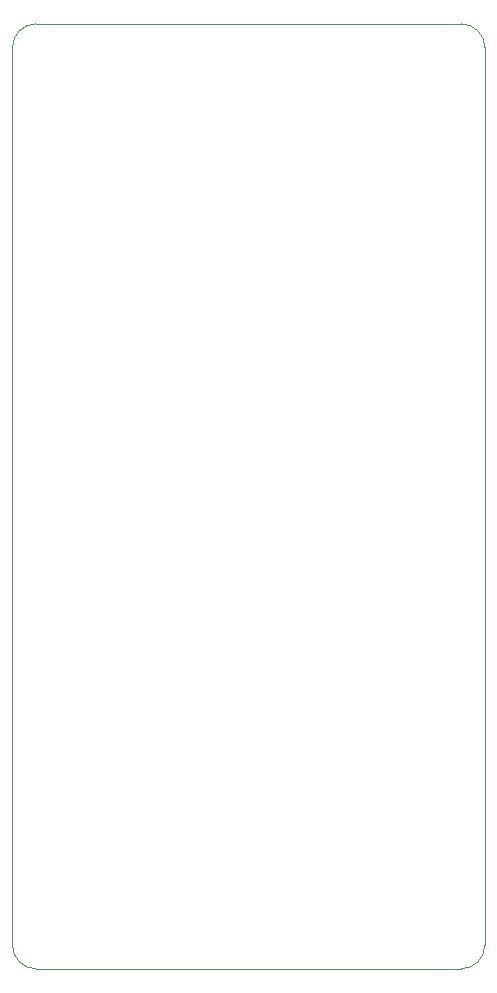
<source format=gbr>
%TF.GenerationSoftware,KiCad,Pcbnew,9.99.0-86-g03af293683*%
%TF.CreationDate,2025-02-25T09:18:43+01:00*%
%TF.ProjectId,RemBrake,52656d42-7261-46b6-952e-6b696361645f,2.0*%
%TF.SameCoordinates,PX7270e00PY8583b00*%
%TF.FileFunction,Profile,NP*%
%FSLAX46Y46*%
G04 Gerber Fmt 4.6, Leading zero omitted, Abs format (unit mm)*
G04 Created by KiCad (PCBNEW 9.99.0-86-g03af293683) date 2025-02-25 09:18:43*
%MOMM*%
%LPD*%
G01*
G04 APERTURE LIST*
%TA.AperFunction,Profile*%
%ADD10C,0.100000*%
%TD*%
G04 APERTURE END LIST*
D10*
X38000000Y80000000D02*
G75*
G02*
X40000000Y78000000I0J-2000000D01*
G01*
X40000000Y78000000D02*
X40000000Y2000000D01*
X2000000Y0D02*
X38000000Y0D01*
X2000000Y80000000D02*
X38000000Y80000000D01*
X40000000Y2000000D02*
G75*
G02*
X38000000Y0I-2000000J0D01*
G01*
X0Y2000000D02*
X0Y78000000D01*
X2000000Y0D02*
G75*
G02*
X0Y2000000I0J2000000D01*
G01*
X0Y78000000D02*
G75*
G02*
X2000000Y80000000I2000000J0D01*
G01*
M02*

</source>
